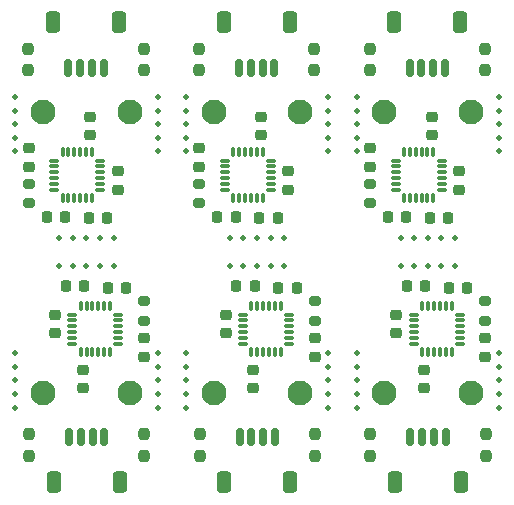
<source format=gbr>
%TF.GenerationSoftware,KiCad,Pcbnew,6.0.9-8da3e8f707~116~ubuntu20.04.1*%
%TF.CreationDate,2022-11-17T11:37:03+01:00*%
%TF.ProjectId,panel_sensor,70616e65-6c5f-4736-956e-736f722e6b69,rev?*%
%TF.SameCoordinates,Original*%
%TF.FileFunction,Soldermask,Top*%
%TF.FilePolarity,Negative*%
%FSLAX46Y46*%
G04 Gerber Fmt 4.6, Leading zero omitted, Abs format (unit mm)*
G04 Created by KiCad (PCBNEW 6.0.9-8da3e8f707~116~ubuntu20.04.1) date 2022-11-17 11:37:03*
%MOMM*%
%LPD*%
G01*
G04 APERTURE LIST*
G04 Aperture macros list*
%AMRoundRect*
0 Rectangle with rounded corners*
0 $1 Rounding radius*
0 $2 $3 $4 $5 $6 $7 $8 $9 X,Y pos of 4 corners*
0 Add a 4 corners polygon primitive as box body*
4,1,4,$2,$3,$4,$5,$6,$7,$8,$9,$2,$3,0*
0 Add four circle primitives for the rounded corners*
1,1,$1+$1,$2,$3*
1,1,$1+$1,$4,$5*
1,1,$1+$1,$6,$7*
1,1,$1+$1,$8,$9*
0 Add four rect primitives between the rounded corners*
20,1,$1+$1,$2,$3,$4,$5,0*
20,1,$1+$1,$4,$5,$6,$7,0*
20,1,$1+$1,$6,$7,$8,$9,0*
20,1,$1+$1,$8,$9,$2,$3,0*%
G04 Aperture macros list end*
%ADD10C,0.500000*%
%ADD11RoundRect,0.218750X0.256250X-0.218750X0.256250X0.218750X-0.256250X0.218750X-0.256250X-0.218750X0*%
%ADD12RoundRect,0.237500X0.237500X-0.250000X0.237500X0.250000X-0.237500X0.250000X-0.237500X-0.250000X0*%
%ADD13RoundRect,0.225000X0.225000X0.250000X-0.225000X0.250000X-0.225000X-0.250000X0.225000X-0.250000X0*%
%ADD14C,2.100000*%
%ADD15RoundRect,0.218750X-0.256250X0.218750X-0.256250X-0.218750X0.256250X-0.218750X0.256250X0.218750X0*%
%ADD16RoundRect,0.225000X-0.225000X-0.250000X0.225000X-0.250000X0.225000X0.250000X-0.225000X0.250000X0*%
%ADD17RoundRect,0.237500X-0.237500X0.250000X-0.237500X-0.250000X0.237500X-0.250000X0.237500X0.250000X0*%
%ADD18RoundRect,0.225000X-0.250000X0.225000X-0.250000X-0.225000X0.250000X-0.225000X0.250000X0.225000X0*%
%ADD19RoundRect,0.075000X-0.350000X-0.075000X0.350000X-0.075000X0.350000X0.075000X-0.350000X0.075000X0*%
%ADD20RoundRect,0.075000X0.075000X-0.350000X0.075000X0.350000X-0.075000X0.350000X-0.075000X-0.350000X0*%
%ADD21RoundRect,0.150000X-0.150000X-0.625000X0.150000X-0.625000X0.150000X0.625000X-0.150000X0.625000X0*%
%ADD22RoundRect,0.250000X-0.350000X-0.650000X0.350000X-0.650000X0.350000X0.650000X-0.350000X0.650000X0*%
%ADD23RoundRect,0.150000X0.150000X0.625000X-0.150000X0.625000X-0.150000X-0.625000X0.150000X-0.625000X0*%
%ADD24RoundRect,0.250000X0.350000X0.650000X-0.350000X0.650000X-0.350000X-0.650000X0.350000X-0.650000X0*%
%ADD25RoundRect,0.200000X-0.275000X0.200000X-0.275000X-0.200000X0.275000X-0.200000X0.275000X0.200000X0*%
%ADD26RoundRect,0.225000X0.250000X-0.225000X0.250000X0.225000X-0.250000X0.225000X-0.250000X-0.225000X0*%
%ADD27RoundRect,0.200000X0.275000X-0.200000X0.275000X0.200000X-0.275000X0.200000X-0.275000X-0.200000X0*%
%ADD28RoundRect,0.075000X0.350000X0.075000X-0.350000X0.075000X-0.350000X-0.075000X0.350000X-0.075000X0*%
%ADD29RoundRect,0.075000X-0.075000X0.350000X-0.075000X-0.350000X0.075000X-0.350000X0.075000X0.350000X0*%
G04 APERTURE END LIST*
D10*
%TO.C,REF\u002A\u002A*%
X42525000Y-36900000D03*
%TD*%
%TO.C,REF\u002A\u002A*%
X37650000Y-47700000D03*
%TD*%
D11*
%TO.C,D1*%
X38800000Y-28437500D03*
X38800000Y-26862500D03*
%TD*%
D12*
%TO.C,R3*%
X38810000Y-52945000D03*
X38810000Y-51120000D03*
%TD*%
D10*
%TO.C,REF\u002A\u002A*%
X49700000Y-45400000D03*
%TD*%
%TO.C,REF\u002A\u002A*%
X59275000Y-36900000D03*
%TD*%
D13*
%TO.C,C4*%
X27411000Y-32710000D03*
X25861000Y-32710000D03*
%TD*%
D14*
%TO.C,H2*%
X25550000Y-47600000D03*
%TD*%
D15*
%TO.C,D1*%
X63000000Y-42962500D03*
X63000000Y-44537500D03*
%TD*%
D16*
%TO.C,C4*%
X31039000Y-38690000D03*
X32589000Y-38690000D03*
%TD*%
D10*
%TO.C,REF\u002A\u002A*%
X64150000Y-46550000D03*
%TD*%
%TO.C,REF\u002A\u002A*%
X23200000Y-48850000D03*
%TD*%
%TO.C,REF\u002A\u002A*%
X45975000Y-34500000D03*
%TD*%
D17*
%TO.C,R3*%
X48540000Y-18455000D03*
X48540000Y-20280000D03*
%TD*%
D13*
%TO.C,C4*%
X56311000Y-32710000D03*
X54761000Y-32710000D03*
%TD*%
D14*
%TO.C,H1*%
X47350000Y-47600000D03*
%TD*%
D10*
%TO.C,REF\u002A\u002A*%
X64150000Y-45400000D03*
%TD*%
%TO.C,REF\u002A\u002A*%
X23200000Y-23700000D03*
%TD*%
D13*
%TO.C,C1*%
X29020000Y-38566000D03*
X27470000Y-38566000D03*
%TD*%
D10*
%TO.C,REF\u002A\u002A*%
X60425000Y-36900000D03*
%TD*%
%TO.C,REF\u002A\u002A*%
X52100000Y-45400000D03*
%TD*%
%TO.C,REF\u002A\u002A*%
X59275000Y-34500000D03*
%TD*%
%TO.C,REF\u002A\u002A*%
X37650000Y-23700000D03*
%TD*%
D12*
%TO.C,R2*%
X34140000Y-52945000D03*
X34140000Y-51120000D03*
%TD*%
D10*
%TO.C,REF\u002A\u002A*%
X64150000Y-44250000D03*
%TD*%
D14*
%TO.C,H2*%
X32900000Y-23800000D03*
%TD*%
D10*
%TO.C,REF\u002A\u002A*%
X44825000Y-34500000D03*
%TD*%
D18*
%TO.C,C3*%
X43350000Y-45625000D03*
X43350000Y-47175000D03*
%TD*%
D19*
%TO.C,U1*%
X40956000Y-27930000D03*
X40956000Y-28430000D03*
X40956000Y-28930000D03*
X40956000Y-29430000D03*
X40956000Y-29930000D03*
X40956000Y-30430000D03*
D20*
X41656000Y-31130000D03*
X42156000Y-31130000D03*
X42656000Y-31130000D03*
X43156000Y-31130000D03*
X43656000Y-31130000D03*
X44156000Y-31130000D03*
D19*
X44856000Y-30430000D03*
X44856000Y-29930000D03*
X44856000Y-29430000D03*
X44856000Y-28930000D03*
X44856000Y-28430000D03*
X44856000Y-27930000D03*
D20*
X44156000Y-27230000D03*
X43656000Y-27230000D03*
X43156000Y-27230000D03*
X42656000Y-27230000D03*
X42156000Y-27230000D03*
X41656000Y-27230000D03*
%TD*%
D19*
%TO.C,U1*%
X55406000Y-27930000D03*
X55406000Y-28430000D03*
X55406000Y-28930000D03*
X55406000Y-29430000D03*
X55406000Y-29930000D03*
X55406000Y-30430000D03*
D20*
X56106000Y-31130000D03*
X56606000Y-31130000D03*
X57106000Y-31130000D03*
X57606000Y-31130000D03*
X58106000Y-31130000D03*
X58606000Y-31130000D03*
D19*
X59306000Y-30430000D03*
X59306000Y-29930000D03*
X59306000Y-29430000D03*
X59306000Y-28930000D03*
X59306000Y-28430000D03*
X59306000Y-27930000D03*
D20*
X58606000Y-27230000D03*
X58106000Y-27230000D03*
X57606000Y-27230000D03*
X57106000Y-27230000D03*
X56606000Y-27230000D03*
X56106000Y-27230000D03*
%TD*%
D10*
%TO.C,REF\u002A\u002A*%
X52100000Y-22550000D03*
%TD*%
%TO.C,REF\u002A\u002A*%
X64150000Y-23700000D03*
%TD*%
D12*
%TO.C,R2*%
X63040000Y-52945000D03*
X63040000Y-51120000D03*
%TD*%
D10*
%TO.C,REF\u002A\u002A*%
X44825000Y-36900000D03*
%TD*%
D21*
%TO.C,J1*%
X56650000Y-51300000D03*
X57650000Y-51300000D03*
X58650000Y-51300000D03*
X59650000Y-51300000D03*
D22*
X55350000Y-55175000D03*
X60950000Y-55175000D03*
%TD*%
D10*
%TO.C,REF\u002A\u002A*%
X49700000Y-24850000D03*
%TD*%
D14*
%TO.C,H1*%
X32900000Y-47600000D03*
%TD*%
D10*
%TO.C,REF\u002A\u002A*%
X49700000Y-46550000D03*
%TD*%
D14*
%TO.C,H2*%
X61800000Y-23800000D03*
%TD*%
D23*
%TO.C,J1*%
X59600000Y-20100000D03*
X58600000Y-20100000D03*
X57600000Y-20100000D03*
X56600000Y-20100000D03*
D24*
X60900000Y-16225000D03*
X55300000Y-16225000D03*
%TD*%
D18*
%TO.C,C2*%
X26575000Y-41000000D03*
X26575000Y-42550000D03*
%TD*%
D10*
%TO.C,REF\u002A\u002A*%
X35250000Y-48850000D03*
%TD*%
%TO.C,REF\u002A\u002A*%
X52100000Y-44250000D03*
%TD*%
%TO.C,REF\u002A\u002A*%
X49700000Y-23700000D03*
%TD*%
%TO.C,REF\u002A\u002A*%
X30375000Y-34500000D03*
%TD*%
%TO.C,REF\u002A\u002A*%
X64150000Y-47700000D03*
%TD*%
%TO.C,REF\u002A\u002A*%
X35250000Y-27150000D03*
%TD*%
D25*
%TO.C,R1*%
X63000000Y-39850000D03*
X63000000Y-41500000D03*
%TD*%
D10*
%TO.C,REF\u002A\u002A*%
X41375000Y-34500000D03*
%TD*%
D21*
%TO.C,J1*%
X42200000Y-51300000D03*
X43200000Y-51300000D03*
X44200000Y-51300000D03*
X45200000Y-51300000D03*
D22*
X40900000Y-55175000D03*
X46500000Y-55175000D03*
%TD*%
D10*
%TO.C,REF\u002A\u002A*%
X35250000Y-45400000D03*
%TD*%
D14*
%TO.C,H1*%
X61800000Y-47600000D03*
%TD*%
D10*
%TO.C,REF\u002A\u002A*%
X31525000Y-34500000D03*
%TD*%
%TO.C,REF\u002A\u002A*%
X37650000Y-46550000D03*
%TD*%
%TO.C,REF\u002A\u002A*%
X52100000Y-27150000D03*
%TD*%
%TO.C,REF\u002A\u002A*%
X37650000Y-22550000D03*
%TD*%
D21*
%TO.C,J1*%
X27750000Y-51300000D03*
X28750000Y-51300000D03*
X29750000Y-51300000D03*
X30750000Y-51300000D03*
D22*
X32050000Y-55175000D03*
X26450000Y-55175000D03*
%TD*%
D10*
%TO.C,REF\u002A\u002A*%
X64150000Y-27150000D03*
%TD*%
%TO.C,REF\u002A\u002A*%
X37650000Y-26000000D03*
%TD*%
%TO.C,REF\u002A\u002A*%
X64150000Y-24850000D03*
%TD*%
%TO.C,REF\u002A\u002A*%
X56975000Y-36900000D03*
%TD*%
D19*
%TO.C,U1*%
X26506000Y-27930000D03*
X26506000Y-28430000D03*
X26506000Y-28930000D03*
X26506000Y-29430000D03*
X26506000Y-29930000D03*
X26506000Y-30430000D03*
D20*
X27206000Y-31130000D03*
X27706000Y-31130000D03*
X28206000Y-31130000D03*
X28706000Y-31130000D03*
X29206000Y-31130000D03*
X29706000Y-31130000D03*
D19*
X30406000Y-30430000D03*
X30406000Y-29930000D03*
X30406000Y-29430000D03*
X30406000Y-28930000D03*
X30406000Y-28430000D03*
X30406000Y-27930000D03*
D20*
X29706000Y-27230000D03*
X29206000Y-27230000D03*
X28706000Y-27230000D03*
X28206000Y-27230000D03*
X27706000Y-27230000D03*
X27206000Y-27230000D03*
%TD*%
D10*
%TO.C,REF\u002A\u002A*%
X42525000Y-34500000D03*
%TD*%
%TO.C,REF\u002A\u002A*%
X52100000Y-47700000D03*
%TD*%
D25*
%TO.C,R1*%
X34100000Y-39850000D03*
X34100000Y-41500000D03*
%TD*%
D17*
%TO.C,R3*%
X34090000Y-18455000D03*
X34090000Y-20280000D03*
%TD*%
D26*
%TO.C,C2*%
X46325000Y-30400000D03*
X46325000Y-28850000D03*
%TD*%
D10*
%TO.C,REF\u002A\u002A*%
X30375000Y-36900000D03*
%TD*%
D17*
%TO.C,R2*%
X24310000Y-18455000D03*
X24310000Y-20280000D03*
%TD*%
D14*
%TO.C,H2*%
X54450000Y-47600000D03*
%TD*%
D10*
%TO.C,REF\u002A\u002A*%
X37650000Y-45400000D03*
%TD*%
%TO.C,REF\u002A\u002A*%
X64150000Y-22550000D03*
%TD*%
D14*
%TO.C,H1*%
X40000000Y-23800000D03*
%TD*%
D10*
%TO.C,REF\u002A\u002A*%
X52100000Y-23700000D03*
%TD*%
D26*
%TO.C,C3*%
X58450000Y-25775000D03*
X58450000Y-24225000D03*
%TD*%
D27*
%TO.C,R1*%
X38800000Y-31550000D03*
X38800000Y-29900000D03*
%TD*%
D28*
%TO.C,U1*%
X46394000Y-43470000D03*
X46394000Y-42970000D03*
X46394000Y-42470000D03*
X46394000Y-41970000D03*
X46394000Y-41470000D03*
X46394000Y-40970000D03*
D29*
X45694000Y-40270000D03*
X45194000Y-40270000D03*
X44694000Y-40270000D03*
X44194000Y-40270000D03*
X43694000Y-40270000D03*
X43194000Y-40270000D03*
D28*
X42494000Y-40970000D03*
X42494000Y-41470000D03*
X42494000Y-41970000D03*
X42494000Y-42470000D03*
X42494000Y-42970000D03*
X42494000Y-43470000D03*
D29*
X43194000Y-44170000D03*
X43694000Y-44170000D03*
X44194000Y-44170000D03*
X44694000Y-44170000D03*
X45194000Y-44170000D03*
X45694000Y-44170000D03*
%TD*%
D12*
%TO.C,R3*%
X53260000Y-52945000D03*
X53260000Y-51120000D03*
%TD*%
D10*
%TO.C,REF\u002A\u002A*%
X64150000Y-26000000D03*
%TD*%
D14*
%TO.C,H1*%
X54450000Y-23800000D03*
%TD*%
D13*
%TO.C,C1*%
X43470000Y-38566000D03*
X41920000Y-38566000D03*
%TD*%
D17*
%TO.C,R2*%
X38760000Y-18455000D03*
X38760000Y-20280000D03*
%TD*%
D10*
%TO.C,REF\u002A\u002A*%
X35250000Y-46550000D03*
%TD*%
%TO.C,REF\u002A\u002A*%
X52100000Y-26000000D03*
%TD*%
D16*
%TO.C,C4*%
X45489000Y-38690000D03*
X47039000Y-38690000D03*
%TD*%
D10*
%TO.C,REF\u002A\u002A*%
X58125000Y-36900000D03*
%TD*%
D14*
%TO.C,H2*%
X40000000Y-47600000D03*
%TD*%
D10*
%TO.C,REF\u002A\u002A*%
X26925000Y-36900000D03*
%TD*%
%TO.C,REF\u002A\u002A*%
X49700000Y-27150000D03*
%TD*%
%TO.C,REF\u002A\u002A*%
X41375000Y-36900000D03*
%TD*%
%TO.C,REF\u002A\u002A*%
X37650000Y-24850000D03*
%TD*%
D18*
%TO.C,C3*%
X57800000Y-45625000D03*
X57800000Y-47175000D03*
%TD*%
D10*
%TO.C,REF\u002A\u002A*%
X37650000Y-48850000D03*
%TD*%
D17*
%TO.C,R2*%
X53210000Y-18455000D03*
X53210000Y-20280000D03*
%TD*%
D10*
%TO.C,REF\u002A\u002A*%
X37650000Y-44250000D03*
%TD*%
%TO.C,REF\u002A\u002A*%
X55825000Y-36900000D03*
%TD*%
D13*
%TO.C,C1*%
X57920000Y-38566000D03*
X56370000Y-38566000D03*
%TD*%
D10*
%TO.C,REF\u002A\u002A*%
X43675000Y-34500000D03*
%TD*%
%TO.C,REF\u002A\u002A*%
X35250000Y-23700000D03*
%TD*%
D15*
%TO.C,D1*%
X48550000Y-42962500D03*
X48550000Y-44537500D03*
%TD*%
D10*
%TO.C,REF\u002A\u002A*%
X31525000Y-36900000D03*
%TD*%
D25*
%TO.C,R1*%
X48550000Y-39850000D03*
X48550000Y-41500000D03*
%TD*%
D10*
%TO.C,REF\u002A\u002A*%
X49700000Y-47700000D03*
%TD*%
%TO.C,REF\u002A\u002A*%
X37650000Y-27150000D03*
%TD*%
D15*
%TO.C,D1*%
X34100000Y-42962500D03*
X34100000Y-44537500D03*
%TD*%
D10*
%TO.C,REF\u002A\u002A*%
X35250000Y-44250000D03*
%TD*%
D27*
%TO.C,R1*%
X53250000Y-31550000D03*
X53250000Y-29900000D03*
%TD*%
D10*
%TO.C,REF\u002A\u002A*%
X35250000Y-26000000D03*
%TD*%
%TO.C,REF\u002A\u002A*%
X55825000Y-34500000D03*
%TD*%
D18*
%TO.C,C3*%
X28900000Y-45625000D03*
X28900000Y-47175000D03*
%TD*%
D10*
%TO.C,REF\u002A\u002A*%
X35250000Y-47700000D03*
%TD*%
D18*
%TO.C,C2*%
X55475000Y-41000000D03*
X55475000Y-42550000D03*
%TD*%
D10*
%TO.C,REF\u002A\u002A*%
X23200000Y-44250000D03*
%TD*%
D23*
%TO.C,J1*%
X45150000Y-20100000D03*
X44150000Y-20100000D03*
X43150000Y-20100000D03*
X42150000Y-20100000D03*
D24*
X40850000Y-16225000D03*
X46450000Y-16225000D03*
%TD*%
D10*
%TO.C,REF\u002A\u002A*%
X29225000Y-34500000D03*
%TD*%
D18*
%TO.C,C2*%
X41025000Y-41000000D03*
X41025000Y-42550000D03*
%TD*%
D10*
%TO.C,REF\u002A\u002A*%
X28075000Y-34500000D03*
%TD*%
D27*
%TO.C,R1*%
X24350000Y-31550000D03*
X24350000Y-29900000D03*
%TD*%
D16*
%TO.C,C1*%
X43880000Y-32834000D03*
X45430000Y-32834000D03*
%TD*%
D17*
%TO.C,R3*%
X62990000Y-18455000D03*
X62990000Y-20280000D03*
%TD*%
D16*
%TO.C,C1*%
X29430000Y-32834000D03*
X30980000Y-32834000D03*
%TD*%
D26*
%TO.C,C2*%
X31875000Y-30400000D03*
X31875000Y-28850000D03*
%TD*%
%TO.C,C2*%
X60775000Y-30400000D03*
X60775000Y-28850000D03*
%TD*%
D12*
%TO.C,R3*%
X24360000Y-52945000D03*
X24360000Y-51120000D03*
%TD*%
D13*
%TO.C,C4*%
X41861000Y-32710000D03*
X40311000Y-32710000D03*
%TD*%
D10*
%TO.C,REF\u002A\u002A*%
X23200000Y-27150000D03*
%TD*%
%TO.C,REF\u002A\u002A*%
X29225000Y-36900000D03*
%TD*%
D11*
%TO.C,D1*%
X24350000Y-28437500D03*
X24350000Y-26862500D03*
%TD*%
D10*
%TO.C,REF\u002A\u002A*%
X23200000Y-26000000D03*
%TD*%
D26*
%TO.C,C3*%
X44000000Y-25775000D03*
X44000000Y-24225000D03*
%TD*%
D10*
%TO.C,REF\u002A\u002A*%
X23200000Y-47700000D03*
%TD*%
%TO.C,REF\u002A\u002A*%
X35250000Y-24850000D03*
%TD*%
%TO.C,REF\u002A\u002A*%
X23200000Y-45400000D03*
%TD*%
%TO.C,REF\u002A\u002A*%
X45975000Y-36900000D03*
%TD*%
%TO.C,REF\u002A\u002A*%
X35250000Y-22550000D03*
%TD*%
D14*
%TO.C,H2*%
X47350000Y-23800000D03*
%TD*%
D10*
%TO.C,REF\u002A\u002A*%
X52100000Y-48850000D03*
%TD*%
D28*
%TO.C,U1*%
X31944000Y-43470000D03*
X31944000Y-42970000D03*
X31944000Y-42470000D03*
X31944000Y-41970000D03*
X31944000Y-41470000D03*
X31944000Y-40970000D03*
D29*
X31244000Y-40270000D03*
X30744000Y-40270000D03*
X30244000Y-40270000D03*
X29744000Y-40270000D03*
X29244000Y-40270000D03*
X28744000Y-40270000D03*
D28*
X28044000Y-40970000D03*
X28044000Y-41470000D03*
X28044000Y-41970000D03*
X28044000Y-42470000D03*
X28044000Y-42970000D03*
X28044000Y-43470000D03*
D29*
X28744000Y-44170000D03*
X29244000Y-44170000D03*
X29744000Y-44170000D03*
X30244000Y-44170000D03*
X30744000Y-44170000D03*
X31244000Y-44170000D03*
%TD*%
D28*
%TO.C,U1*%
X60844000Y-43470000D03*
X60844000Y-42970000D03*
X60844000Y-42470000D03*
X60844000Y-41970000D03*
X60844000Y-41470000D03*
X60844000Y-40970000D03*
D29*
X60144000Y-40270000D03*
X59644000Y-40270000D03*
X59144000Y-40270000D03*
X58644000Y-40270000D03*
X58144000Y-40270000D03*
X57644000Y-40270000D03*
D28*
X56944000Y-40970000D03*
X56944000Y-41470000D03*
X56944000Y-41970000D03*
X56944000Y-42470000D03*
X56944000Y-42970000D03*
X56944000Y-43470000D03*
D29*
X57644000Y-44170000D03*
X58144000Y-44170000D03*
X58644000Y-44170000D03*
X59144000Y-44170000D03*
X59644000Y-44170000D03*
X60144000Y-44170000D03*
%TD*%
D10*
%TO.C,REF\u002A\u002A*%
X52100000Y-46550000D03*
%TD*%
D11*
%TO.C,D1*%
X53250000Y-28437500D03*
X53250000Y-26862500D03*
%TD*%
D10*
%TO.C,REF\u002A\u002A*%
X56975000Y-34500000D03*
%TD*%
%TO.C,REF\u002A\u002A*%
X52100000Y-24850000D03*
%TD*%
%TO.C,REF\u002A\u002A*%
X60425000Y-34500000D03*
%TD*%
D16*
%TO.C,C1*%
X58330000Y-32834000D03*
X59880000Y-32834000D03*
%TD*%
D10*
%TO.C,REF\u002A\u002A*%
X23200000Y-22550000D03*
%TD*%
D12*
%TO.C,R2*%
X48590000Y-52945000D03*
X48590000Y-51120000D03*
%TD*%
D16*
%TO.C,C4*%
X59939000Y-38690000D03*
X61489000Y-38690000D03*
%TD*%
D10*
%TO.C,REF\u002A\u002A*%
X49700000Y-44250000D03*
%TD*%
%TO.C,REF\u002A\u002A*%
X43675000Y-36900000D03*
%TD*%
%TO.C,REF\u002A\u002A*%
X49700000Y-48850000D03*
%TD*%
%TO.C,REF\u002A\u002A*%
X28075000Y-36900000D03*
%TD*%
D26*
%TO.C,C3*%
X29550000Y-25775000D03*
X29550000Y-24225000D03*
%TD*%
D10*
%TO.C,REF\u002A\u002A*%
X64150000Y-48850000D03*
%TD*%
%TO.C,REF\u002A\u002A*%
X26925000Y-34500000D03*
%TD*%
%TO.C,REF\u002A\u002A*%
X23200000Y-24850000D03*
%TD*%
%TO.C,REF\u002A\u002A*%
X58125000Y-34500000D03*
%TD*%
D14*
%TO.C,H1*%
X25550000Y-23800000D03*
%TD*%
D23*
%TO.C,J1*%
X30700000Y-20100000D03*
X29700000Y-20100000D03*
X28700000Y-20100000D03*
X27700000Y-20100000D03*
D24*
X32000000Y-16225000D03*
X26400000Y-16225000D03*
%TD*%
D10*
%TO.C,REF\u002A\u002A*%
X23200000Y-46550000D03*
%TD*%
%TO.C,REF\u002A\u002A*%
X49700000Y-22550000D03*
%TD*%
%TO.C,REF\u002A\u002A*%
X49700000Y-26000000D03*
%TD*%
M02*

</source>
